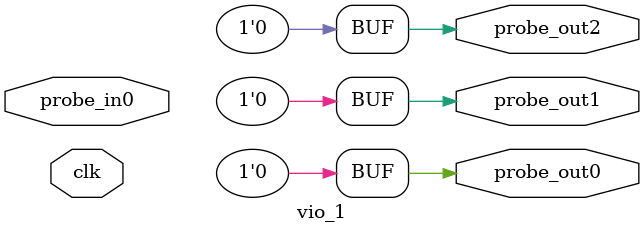
<source format=v>
`timescale 1ns / 1ps
module vio_1 (
clk,
probe_in0,
probe_out0,
probe_out1,
probe_out2
);

input clk;
input [0 : 0] probe_in0;

output reg [0 : 0] probe_out0 = 'h0 ;
output reg [0 : 0] probe_out1 = 'h0 ;
output reg [0 : 0] probe_out2 = 'h0 ;


endmodule

</source>
